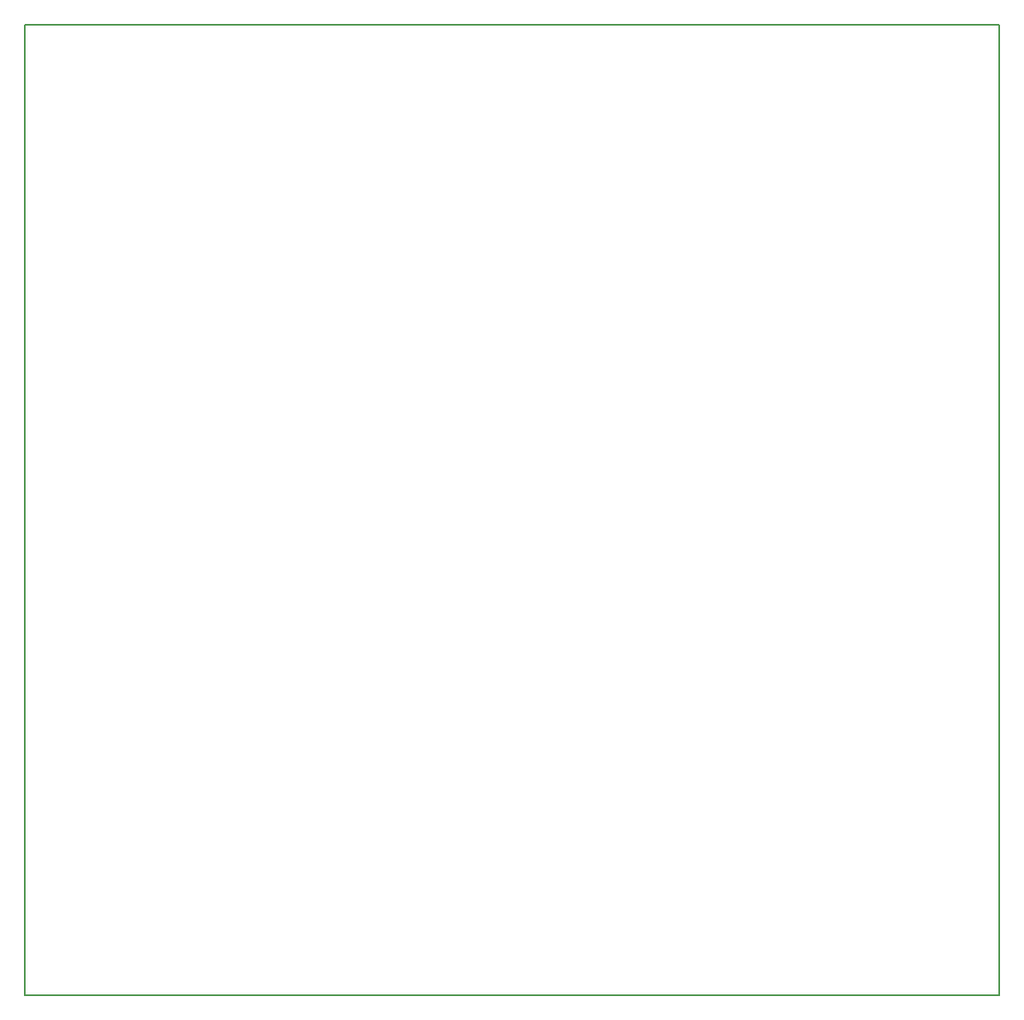
<source format=gbr>
G04 #@! TF.GenerationSoftware,KiCad,Pcbnew,7.0.9*
G04 #@! TF.CreationDate,2023-11-27T11:41:04+10:00*
G04 #@! TF.ProjectId,Front Console Output,46726f6e-7420-4436-9f6e-736f6c65204f,rev?*
G04 #@! TF.SameCoordinates,Original*
G04 #@! TF.FileFunction,Profile,NP*
%FSLAX46Y46*%
G04 Gerber Fmt 4.6, Leading zero omitted, Abs format (unit mm)*
G04 Created by KiCad (PCBNEW 7.0.9) date 2023-11-27 11:41:04*
%MOMM*%
%LPD*%
G01*
G04 APERTURE LIST*
G04 #@! TA.AperFunction,Profile*
%ADD10C,0.150000*%
G04 #@! TD*
G04 APERTURE END LIST*
D10*
X125390000Y-54480000D02*
X225190000Y-54480000D01*
X225190000Y-153940000D01*
X125390000Y-153940000D01*
X125390000Y-54480000D01*
M02*

</source>
